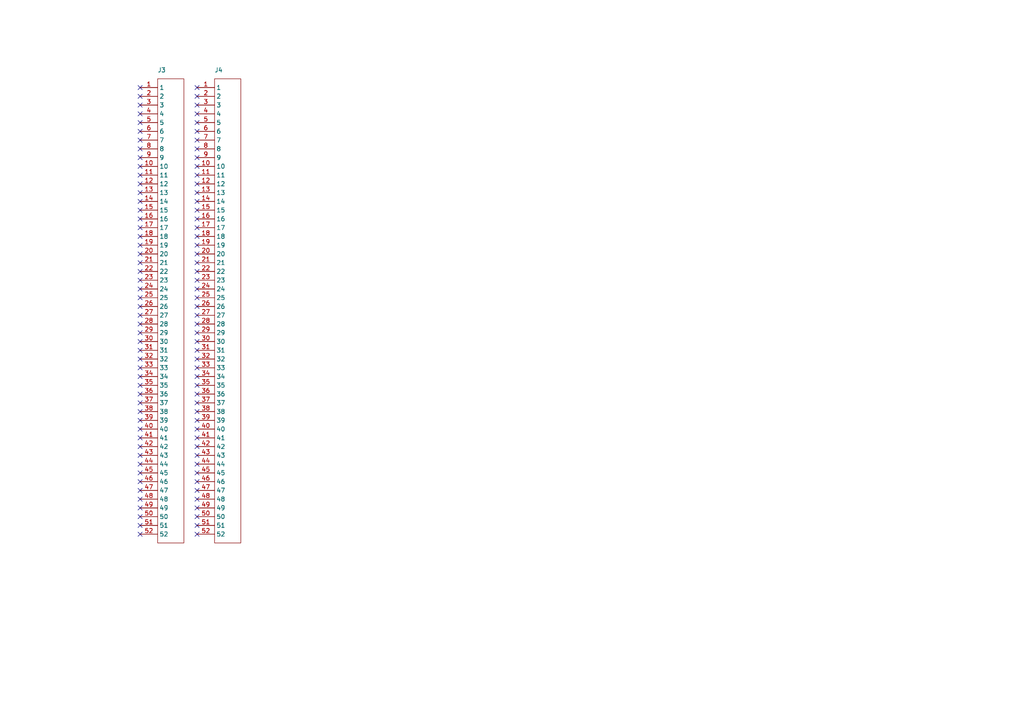
<source format=kicad_sch>
(kicad_sch (version 20211123) (generator eeschema)
  (paper "A4")
  (lib_symbols
    (symbol "Hestia:ESQ-126-39-G-D"
      (property "Reference" "J" (at -2.54 68.58 0))
      (property "Value" "ESQ-126-39-G-D" (at 2.54 0 90))
      (symbol "ESQ-126-39-G-D_0_1"
        (rectangle (start -2.54 66.04) (end 5.08 -68.58))
      )
      (symbol "ESQ-126-39-G-D_1_0"
        (pin unspecified line (at -7.62 -33.02 0) (length 5.08) (name "39") (number "39"))
        (pin unspecified line (at -7.62 -35.56 0) (length 5.08) (name "40") (number "40"))
        (pin unspecified line (at -7.62 -38.1 0) (length 5.08) (name "41") (number "41"))
        (pin unspecified line (at -7.62 -40.64 0) (length 5.08) (name "42") (number "42"))
        (pin unspecified line (at -7.62 -43.18 0) (length 5.08) (name "43") (number "43"))
        (pin unspecified line (at -7.62 -45.72 0) (length 5.08) (name "44") (number "44"))
        (pin unspecified line (at -7.62 -48.26 0) (length 5.08) (name "45") (number "45"))
        (pin unspecified line (at -7.62 -50.8 0) (length 5.08) (name "46") (number "46"))
        (pin unspecified line (at -7.62 -53.34 0) (length 5.08) (name "47") (number "47"))
        (pin unspecified line (at -7.62 -55.88 0) (length 5.08) (name "48") (number "48"))
        (pin unspecified line (at -7.62 -58.42 0) (length 5.08) (name "49") (number "49"))
        (pin unspecified line (at -7.62 -60.96 0) (length 5.08) (name "50") (number "50"))
        (pin unspecified line (at -7.62 -63.5 0) (length 5.08) (name "51") (number "51"))
        (pin unspecified line (at -7.62 -66.04 0) (length 5.08) (name "52") (number "52"))
      )
      (symbol "ESQ-126-39-G-D_1_1"
        (pin unspecified line (at -7.62 63.5 0) (length 5.08) (name "1") (number "1"))
        (pin unspecified line (at -7.62 40.64 0) (length 5.08) (name "10") (number "10"))
        (pin unspecified line (at -7.62 38.1 0) (length 5.08) (name "11") (number "11"))
        (pin unspecified line (at -7.62 35.56 0) (length 5.08) (name "12") (number "12"))
        (pin unspecified line (at -7.62 33.02 0) (length 5.08) (name "13") (number "13"))
        (pin unspecified line (at -7.62 30.48 0) (length 5.08) (name "14") (number "14"))
        (pin unspecified line (at -7.62 27.94 0) (length 5.08) (name "15") (number "15"))
        (pin unspecified line (at -7.62 25.4 0) (length 5.08) (name "16") (number "16"))
        (pin unspecified line (at -7.62 22.86 0) (length 5.08) (name "17") (number "17"))
        (pin unspecified line (at -7.62 20.32 0) (length 5.08) (name "18") (number "18"))
        (pin unspecified line (at -7.62 17.78 0) (length 5.08) (name "19") (number "19"))
        (pin unspecified line (at -7.62 60.96 0) (length 5.08) (name "2") (number "2"))
        (pin unspecified line (at -7.62 15.24 0) (length 5.08) (name "20") (number "20"))
        (pin unspecified line (at -7.62 12.7 0) (length 5.08) (name "21") (number "21"))
        (pin unspecified line (at -7.62 10.16 0) (length 5.08) (name "22") (number "22"))
        (pin unspecified line (at -7.62 7.62 0) (length 5.08) (name "23") (number "23"))
        (pin unspecified line (at -7.62 5.08 0) (length 5.08) (name "24") (number "24"))
        (pin unspecified line (at -7.62 2.54 0) (length 5.08) (name "25") (number "25"))
        (pin unspecified line (at -7.62 0 0) (length 5.08) (name "26") (number "26"))
        (pin unspecified line (at -7.62 -2.54 0) (length 5.08) (name "27") (number "27"))
        (pin unspecified line (at -7.62 -5.08 0) (length 5.08) (name "28") (number "28"))
        (pin unspecified line (at -7.62 -7.62 0) (length 5.08) (name "29") (number "29"))
        (pin unspecified line (at -7.62 58.42 0) (length 5.08) (name "3") (number "3"))
        (pin unspecified line (at -7.62 -10.16 0) (length 5.08) (name "30") (number "30"))
        (pin unspecified line (at -7.62 -12.7 0) (length 5.08) (name "31") (number "31"))
        (pin unspecified line (at -7.62 -15.24 0) (length 5.08) (name "32") (number "32"))
        (pin unspecified line (at -7.62 -17.78 0) (length 5.08) (name "33") (number "33"))
        (pin unspecified line (at -7.62 -20.32 0) (length 5.08) (name "34") (number "34"))
        (pin unspecified line (at -7.62 -22.86 0) (length 5.08) (name "35") (number "35"))
        (pin unspecified line (at -7.62 -25.4 0) (length 5.08) (name "36") (number "36"))
        (pin unspecified line (at -7.62 -27.94 0) (length 5.08) (name "37") (number "37"))
        (pin unspecified line (at -7.62 -30.48 0) (length 5.08) (name "38") (number "38"))
        (pin unspecified line (at -7.62 55.88 0) (length 5.08) (name "4") (number "4"))
        (pin unspecified line (at -7.62 53.34 0) (length 5.08) (name "5") (number "5"))
        (pin unspecified line (at -7.62 50.8 0) (length 5.08) (name "6") (number "6"))
        (pin unspecified line (at -7.62 48.26 0) (length 5.08) (name "7") (number "7"))
        (pin unspecified line (at -7.62 45.72 0) (length 5.08) (name "8") (number "8"))
        (pin unspecified line (at -7.62 43.18 0) (length 5.08) (name "9") (number "9"))
      )
    )
  )
  (no_connect (at 57.15 53.34))
  (no_connect (at 40.64 114.3))
  (no_connect (at 40.64 43.18))
  (no_connect (at 57.15 111.76))
  (no_connect (at 40.64 99.06))
  (no_connect (at 57.15 124.46))
  (no_connect (at 40.64 111.76))
  (no_connect (at 57.15 45.72))
  (no_connect (at 57.15 104.14))
  (no_connect (at 40.64 50.8))
  (no_connect (at 40.64 45.72))
  (no_connect (at 40.64 25.4))
  (no_connect (at 40.64 27.94))
  (no_connect (at 57.15 149.86))
  (no_connect (at 57.15 43.18))
  (no_connect (at 40.64 60.96))
  (no_connect (at 57.15 68.58))
  (no_connect (at 40.64 119.38))
  (no_connect (at 57.15 144.78))
  (no_connect (at 57.15 142.24))
  (no_connect (at 57.15 116.84))
  (no_connect (at 40.64 144.78))
  (no_connect (at 40.64 124.46))
  (no_connect (at 57.15 55.88))
  (no_connect (at 57.15 78.74))
  (no_connect (at 57.15 27.94))
  (no_connect (at 57.15 96.52))
  (no_connect (at 57.15 81.28))
  (no_connect (at 57.15 134.62))
  (no_connect (at 57.15 114.3))
  (no_connect (at 40.64 109.22))
  (no_connect (at 40.64 121.92))
  (no_connect (at 40.64 134.62))
  (no_connect (at 40.64 33.02))
  (no_connect (at 40.64 68.58))
  (no_connect (at 40.64 78.74))
  (no_connect (at 57.15 40.64))
  (no_connect (at 40.64 76.2))
  (no_connect (at 40.64 93.98))
  (no_connect (at 57.15 152.4))
  (no_connect (at 40.64 35.56))
  (no_connect (at 57.15 50.8))
  (no_connect (at 40.64 66.04))
  (no_connect (at 57.15 147.32))
  (no_connect (at 57.15 76.2))
  (no_connect (at 40.64 48.26))
  (no_connect (at 40.64 101.6))
  (no_connect (at 57.15 121.92))
  (no_connect (at 40.64 30.48))
  (no_connect (at 40.64 129.54))
  (no_connect (at 40.64 81.28))
  (no_connect (at 57.15 93.98))
  (no_connect (at 57.15 25.4))
  (no_connect (at 40.64 149.86))
  (no_connect (at 40.64 152.4))
  (no_connect (at 40.64 106.68))
  (no_connect (at 57.15 71.12))
  (no_connect (at 40.64 73.66))
  (no_connect (at 40.64 127))
  (no_connect (at 57.15 139.7))
  (no_connect (at 40.64 137.16))
  (no_connect (at 57.15 66.04))
  (no_connect (at 57.15 33.02))
  (no_connect (at 40.64 55.88))
  (no_connect (at 40.64 88.9))
  (no_connect (at 57.15 132.08))
  (no_connect (at 57.15 35.56))
  (no_connect (at 57.15 48.26))
  (no_connect (at 40.64 71.12))
  (no_connect (at 57.15 30.48))
  (no_connect (at 57.15 109.22))
  (no_connect (at 57.15 99.06))
  (no_connect (at 57.15 137.16))
  (no_connect (at 40.64 53.34))
  (no_connect (at 57.15 60.96))
  (no_connect (at 40.64 104.14))
  (no_connect (at 57.15 83.82))
  (no_connect (at 57.15 38.1))
  (no_connect (at 40.64 142.24))
  (no_connect (at 40.64 147.32))
  (no_connect (at 57.15 129.54))
  (no_connect (at 40.64 63.5))
  (no_connect (at 57.15 127))
  (no_connect (at 57.15 63.5))
  (no_connect (at 57.15 58.42))
  (no_connect (at 57.15 101.6))
  (no_connect (at 40.64 83.82))
  (no_connect (at 57.15 119.38))
  (no_connect (at 57.15 91.44))
  (no_connect (at 40.64 58.42))
  (no_connect (at 57.15 86.36))
  (no_connect (at 40.64 116.84))
  (no_connect (at 40.64 40.64))
  (no_connect (at 57.15 106.68))
  (no_connect (at 40.64 86.36))
  (no_connect (at 57.15 154.94))
  (no_connect (at 40.64 139.7))
  (no_connect (at 40.64 38.1))
  (no_connect (at 40.64 96.52))
  (no_connect (at 57.15 73.66))
  (no_connect (at 57.15 88.9))
  (no_connect (at 40.64 91.44))
  (no_connect (at 40.64 154.94))
  (no_connect (at 40.64 132.08))
  (symbol (lib_id "Hestia:ESQ-126-39-G-D") (at 64.77 88.9 0) (unit 1)
    (property "Reference" "J4" (at 62.23 20.32 0) (effects (justify left)))
  )
  (symbol (lib_id "Hestia:ESQ-126-39-G-D") (at 48.26 88.9 0) (unit 1)
    (property "Reference" "J3" (at 45.72 20.32 0) (effects (justify left)))
  )
)
</source>
